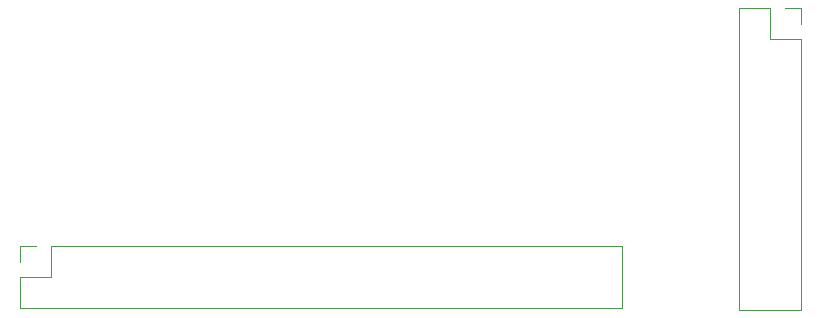
<source format=gbo>
%TF.GenerationSoftware,KiCad,Pcbnew,8.0.8*%
%TF.CreationDate,2025-02-24T22:21:26-07:00*%
%TF.ProjectId,ECE Capstone PCB Design,45434520-4361-4707-9374-6f6e65205043,rev?*%
%TF.SameCoordinates,Original*%
%TF.FileFunction,Legend,Bot*%
%TF.FilePolarity,Positive*%
%FSLAX46Y46*%
G04 Gerber Fmt 4.6, Leading zero omitted, Abs format (unit mm)*
G04 Created by KiCad (PCBNEW 8.0.8) date 2025-02-24 22:21:26*
%MOMM*%
%LPD*%
G01*
G04 APERTURE LIST*
%ADD10C,0.120000*%
%ADD11C,5.400000*%
%ADD12R,1.700000X1.700000*%
%ADD13O,1.700000X1.700000*%
G04 APERTURE END LIST*
D10*
%TO.C,REF\u002A\u002A*%
X203644900Y-137195000D02*
X204974900Y-137195000D01*
X203644900Y-138525000D02*
X203644900Y-137195000D01*
X203644900Y-139795000D02*
X206244900Y-139795000D01*
X203644900Y-142395000D02*
X203644900Y-139795000D01*
X206244900Y-139795000D02*
X206244900Y-137195000D01*
X254564900Y-137195000D02*
X206244900Y-137195000D01*
X254564900Y-142395000D02*
X203644900Y-142395000D01*
X254564900Y-142395000D02*
X254564900Y-137195000D01*
X264530000Y-117060000D02*
X267130000Y-117060000D01*
X264530000Y-142580000D02*
X264530000Y-117060000D01*
X264530000Y-142580000D02*
X269730000Y-142580000D01*
X267130000Y-117060000D02*
X267130000Y-119660000D01*
X267130000Y-119660000D02*
X269730000Y-119660000D01*
X268400000Y-117060000D02*
X269730000Y-117060000D01*
X269730000Y-117060000D02*
X269730000Y-118390000D01*
X269730000Y-142580000D02*
X269730000Y-119660000D01*
%TD*%
%LPC*%
D11*
%TO.C,*%
X200149874Y-139750000D03*
%TD*%
%TO.C,*%
X258149874Y-139750000D03*
%TD*%
D12*
%TO.C,REF\u002A\u002A*%
X204974900Y-138525000D03*
D13*
X204974900Y-141065000D03*
X207514900Y-138525000D03*
X207514900Y-141065000D03*
X210054900Y-138525000D03*
X210054900Y-141065000D03*
X212594900Y-138525000D03*
X212594900Y-141065000D03*
X215134900Y-138525000D03*
X215134900Y-141065000D03*
X217674900Y-138525000D03*
X217674900Y-141065000D03*
X220214900Y-138525000D03*
X220214900Y-141065000D03*
X222754900Y-138525000D03*
X222754900Y-141065000D03*
X225294900Y-138525000D03*
X225294900Y-141065000D03*
X227834900Y-138525000D03*
X227834900Y-141065000D03*
X230374900Y-138525000D03*
X230374900Y-141065000D03*
X232914900Y-138525000D03*
X232914900Y-141065000D03*
X235454900Y-138525000D03*
X235454900Y-141065000D03*
X237994900Y-138525000D03*
X237994900Y-141065000D03*
X240534900Y-138525000D03*
X240534900Y-141065000D03*
X243074900Y-138525000D03*
X243074900Y-141065000D03*
X245614900Y-138525000D03*
X245614900Y-141065000D03*
X248154900Y-138525000D03*
X248154900Y-141065000D03*
X250694900Y-138525000D03*
X250694900Y-141065000D03*
X253234900Y-138525000D03*
X253234900Y-141065000D03*
%TD*%
D12*
%TO.C,REF\u002A\u002A*%
X268400000Y-118390000D03*
D13*
X265860000Y-118390000D03*
X268400000Y-120930000D03*
X265860000Y-120930000D03*
X268400000Y-123470000D03*
X265860000Y-123470000D03*
X268400000Y-126010000D03*
X265860000Y-126010000D03*
X268400000Y-128550000D03*
X265860000Y-128550000D03*
X268400000Y-131090000D03*
X265860000Y-131090000D03*
X268400000Y-133630000D03*
X265860000Y-133630000D03*
X268400000Y-136170000D03*
X265860000Y-136170000D03*
X268400000Y-138710000D03*
X265860000Y-138710000D03*
X268400000Y-141250000D03*
X265860000Y-141250000D03*
%TD*%
D11*
%TO.C,*%
X258174874Y-116750000D03*
%TD*%
%LPD*%
M02*

</source>
